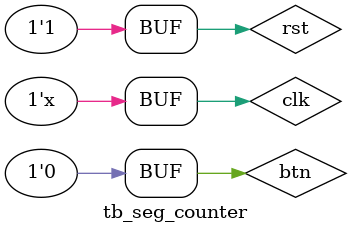
<source format=v>
`timescale 1ns / 1ps


module tb_seg_counter();

reg clk, rst;
reg btn;
wire[7:0] seg;

seg_counter tb(.clk(clk), .rst(rst), .btn(btn), .seg(seg));

initial begin
    rst=0; clk=0; #10
    rst=1; #10
    btn=0; #10
    btn=1; #10 btn=0; #10
    btn=1; #10 btn=0; #10
    btn=1; #10 btn=0; #10
    btn=1; #10 btn=0; #10
    btn=1; #10 btn=0; #10
    btn=1; #10 btn=0; #10
    btn=1; #10 btn=0; #10
    btn=1; #10 btn=0; #10
    btn=1; #10 btn=0; #10
    btn=1; #10 btn=0; #10
    btn=1; #10 btn=0;
end

always #1 clk <= ~clk;
endmodule

</source>
